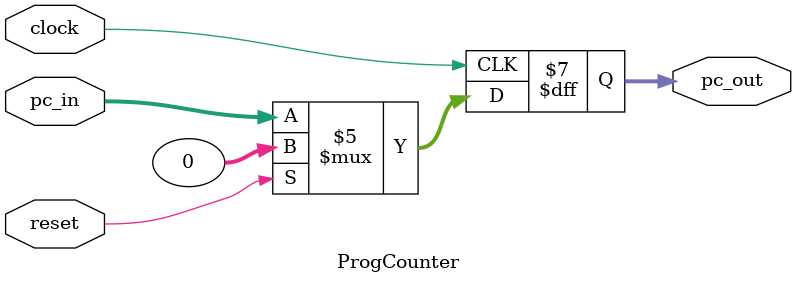
<source format=v>
module ProgCounter(
input wire clock,
input wire reset,
input wire[31:0] pc_in,
output reg [31:0] pc_out

);

initial begin
	pc_out = 32'h00000000;
end

	always @(posedge clock) begin
		if(reset == 1'b1) pc_out <=32'h00000000;
		else pc_out = pc_in;
	end
endmodule

</source>
